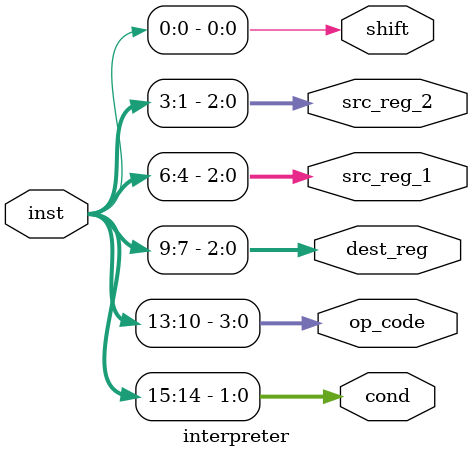
<source format=v>
module interpreter(
    inst,
    cond,
    op_code,
    dest_reg,
    src_reg_1,
    src_reg_2,
    shift
);

input[15:0] inst;
output[1:0] cond;
output[3:0] op_code;
output[2:0] dest_reg;
output[2:0] src_reg_1;
output[2:0] src_reg_2;
output shift;

assign cond = inst[15:14];
assign op_code = inst[13:10];
assign dest_reg = inst[9:7];
assign src_reg_1 = inst[6:4];
assign src_reg_2 = inst[3:1];
assign shift = inst[0];

endmodule
</source>
